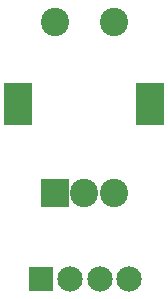
<source format=gbr>
G04 #@! TF.FileFunction,Soldermask,Bot*
%FSLAX46Y46*%
G04 Gerber Fmt 4.6, Leading zero omitted, Abs format (unit mm)*
G04 Created by KiCad (PCBNEW 4.0.6) date Tue Sep 25 18:00:22 2018*
%MOMM*%
%LPD*%
G01*
G04 APERTURE LIST*
%ADD10C,0.100000*%
%ADD11C,2.400000*%
%ADD12R,2.400000X3.600000*%
%ADD13R,2.400000X2.400000*%
%ADD14R,2.150000X2.150000*%
%ADD15C,2.150000*%
G04 APERTURE END LIST*
D10*
D11*
X158924000Y-96675800D03*
X153924000Y-96675800D03*
D12*
X162024000Y-103675800D03*
X150824000Y-103675800D03*
D11*
X158924000Y-111175800D03*
X156424000Y-111175800D03*
D13*
X153924000Y-111175800D03*
D14*
X152717500Y-118491000D03*
D15*
X155217500Y-118491000D03*
X157717500Y-118491000D03*
X160217500Y-118491000D03*
M02*

</source>
